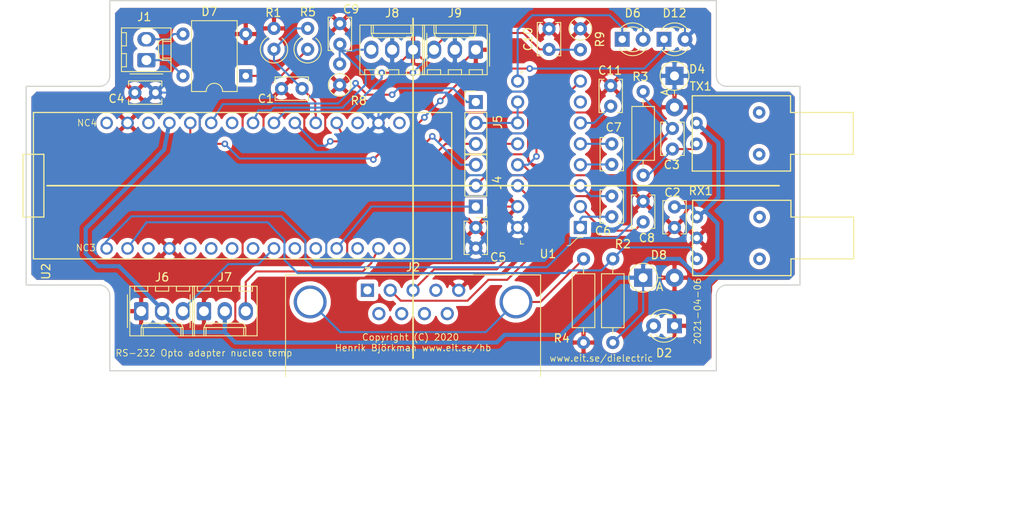
<source format=kicad_pcb>
(kicad_pcb (version 20171130) (host pcbnew 5.0.2-bee76a0~70~ubuntu18.04.1)
  (layers (0 F.Cu signal) (31 B.Cu signal) (34 B.Paste user) (35 F.Paste user) (36 B.SilkS user) (37 F.SilkS user) (38 B.Mask user) (39 F.Mask user) (44 Edge.Cuts user))
  (net 0 "")
  (net 1 "Net-(C3-Pad1)")
  (net 2 "Net-(TX1-Pad3)")
  (net 3 "Net-(TX1-Pad4)")
  (net 4 "Net-(RX1-Pad4)")
  (net 5 "Net-(RX1-Pad5)")
  (net 6 "Net-(C3-Pad2)")
  (net 7 GND)
  (net 8 +5V)
  (net 9 "Net-(U2-Pad3)")
  (net 10 "Net-(U2-Pad10)")
  (net 11 "Net-(U2-Pad11)")
  (net 12 "Net-(J4-Pad1)")
  (net 13 "Net-(U2-Pad16)")
  (net 14 "Net-(J4-Pad3)")
  (net 15 "Net-(J5-Pad1)")
  (net 16 "Net-(J5-Pad3)")
  (net 17 "Net-(U2-Pad28)")
  (net 18 "Net-(C6-Pad2)")
  (net 19 "Net-(C8-Pad2)")
  (net 20 "Net-(C6-Pad1)")
  (net 21 "Net-(C7-Pad2)")
  (net 22 "Net-(C7-Pad1)")
  (net 23 "Net-(J5-Pad2)")
  (net 24 "Net-(J4-Pad2)")
  (net 25 "Net-(J2-Pad2)")
  (net 26 "Net-(J2-Pad3)")
  (net 27 "Net-(J2-Pad0)")
  (net 28 "Net-(J2-Pad1)")
  (net 29 "Net-(J2-Pad4)")
  (net 30 "Net-(J2-Pad6)")
  (net 31 "Net-(J2-Pad7)")
  (net 32 "Net-(J2-Pad8)")
  (net 33 "Net-(J2-Pad9)")
  (net 34 "Net-(J6-Pad3)")
  (net 35 "Net-(U1-Pad7)")
  (net 36 "Net-(D12-Pad1)")
  (net 37 +3V3)
  (net 38 "Net-(U2-Pad8)")
  (net 39 "Net-(J7-Pad3)")
  (net 40 "Net-(U2-Pad18)")
  (net 41 "Net-(U2-Pad5)")
  (net 42 "Net-(U2-Pad6)")
  (net 43 "Net-(U2-Pad7)")
  (net 44 "Net-(U2-Pad13)")
  (net 45 "Net-(U2-Pad15)")
  (net 46 "Net-(U2-Pad24)")
  (net 47 "Net-(D6-Pad1)")
  (net 48 "Net-(R2-Pad1)")
  (net 49 "Net-(C10-Pad2)")
  (net 50 "Net-(C9-Pad2)")
  (net 51 "Net-(D7-Pad4)")
  (net 52 "Net-(D7-Pad3)")
  (net 53 "Net-(U2-Pad30)")
  (net 54 "Net-(C1-Pad2)")
  (net 55 "Net-(C11-Pad2)")
  (net 56 "Net-(D7-Pad1)")
  (module Resistor_THT:R_Axial_DIN0309_L9.0mm_D3.2mm_P2.54mm_Vertical (layer F.Cu) (at 101.4984 72.3392 90)
    (fp_text reference R5 (at 4.5212 0.0254 180) (layer F.SilkS))
    (fp_text value 47)
    (pad 2 thru_hole oval (at 2.54 0 90) (size 1.6 1.6) (drill 0.8) (layers *.Cu *.Mask) (net 54 "Net-(C1-Pad2)"))
    (pad 1 thru_hole circle (at 0 0 90) (size 1.6 1.6) (drill 0.8) (layers *.Cu *.Mask) (net 56 "Net-(D7-Pad1)"))
  )
  (module Resistor_THT:R_Axial_DIN0309_L9.0mm_D3.2mm_P2.54mm_Vertical (layer F.Cu) (at 97.409 72.3392 90)
    (fp_text reference R1 (at 4.445 -0.0762 180) (layer F.SilkS))
    (fp_text value 47)
    (pad 2 thru_hole oval (at 2.54 0 90) (size 1.6 1.6) (drill 0.8) (layers *.Cu *.Mask) (net 7 GND))
    (pad 1 thru_hole circle (at 0 0 90) (size 1.6 1.6) (drill 0.8) (layers *.Cu *.Mask) (net 54 "Net-(C1-Pad2)"))
  )
  (module Resistor_THT:R_Axial_DIN0207_L6.3mm_D2.5mm_P10.16mm_Horizontal (layer F.Cu) (at 135.001 97.79 270)
    (fp_text reference R4 (at 9.652 2.6416) (layer F.SilkS))
    (fp_text value 1k)
    (pad 1 thru_hole circle (at 0 0 270) (size 1.6 1.6) (drill 0.8) (layers *.Cu *.Mask) (net 27 "Net-(J2-Pad0)"))
    (pad 2 thru_hole oval (at 10.16 0 270) (size 1.6 1.6) (drill 0.8) (layers *.Cu *.Mask) (net 7 GND))
  )
  (module Connector_Dsub:DSUB-9_Male_Horizontal_P2.77x2.84mm_EdgePinOffset7.70mm_Housed_MountingHolesOffset9.12mm (layer F.Cu) (at 108.76 101.6)
    (fp_text reference J2 (at 5.54 -2.8) (layer F.SilkS))
    (fp_text value DB9_Male_MountingHoles-Connector)
    (pad 1 thru_hole rect (at 0 0) (size 1.6 1.6) (drill 1) (layers *.Cu *.Mask) (net 28 "Net-(J2-Pad1)"))
    (pad 2 thru_hole circle (at 2.77 0) (size 1.6 1.6) (drill 1) (layers *.Cu *.Mask) (net 25 "Net-(J2-Pad2)"))
    (pad 3 thru_hole circle (at 5.54 0) (size 1.6 1.6) (drill 1) (layers *.Cu *.Mask) (net 26 "Net-(J2-Pad3)"))
    (pad 4 thru_hole circle (at 8.31 0) (size 1.6 1.6) (drill 1) (layers *.Cu *.Mask) (net 29 "Net-(J2-Pad4)"))
    (pad 5 thru_hole circle (at 11.08 0) (size 1.6 1.6) (drill 1) (layers *.Cu *.Mask) (net 7 GND))
    (pad 6 thru_hole circle (at 1.385 2.84) (size 1.6 1.6) (drill 1) (layers *.Cu *.Mask) (net 30 "Net-(J2-Pad6)"))
    (pad 7 thru_hole circle (at 4.155 2.84) (size 1.6 1.6) (drill 1) (layers *.Cu *.Mask) (net 31 "Net-(J2-Pad7)"))
    (pad 8 thru_hole circle (at 6.925 2.84) (size 1.6 1.6) (drill 1) (layers *.Cu *.Mask) (net 32 "Net-(J2-Pad8)"))
    (pad 9 thru_hole circle (at 9.695 2.84) (size 1.6 1.6) (drill 1) (layers *.Cu *.Mask) (net 33 "Net-(J2-Pad9)"))
    (pad 0 thru_hole circle (at -6.96 1.42) (size 4 4) (drill 3.2) (layers *.Cu *.Mask) (net 27 "Net-(J2-Pad0)"))
    (pad 0 thru_hole circle (at 18.04 1.42) (size 4 4) (drill 3.2) (layers *.Cu *.Mask) (net 27 "Net-(J2-Pad0)"))
  )
  (module Capacitor_THT:C_Disc_D3.8mm_W2.6mm_P2.50mm (layer F.Cu) (at 138.303 76.748 270)
    (fp_text reference C11 (at -1.8434 0.0762) (layer F.SilkS))
    (fp_text value "0.1 uF")
    (pad 1 thru_hole circle (at 0 0 270) (size 1.6 1.6) (drill 0.8) (layers *.Cu *.Mask) (net 7 GND))
    (pad 2 thru_hole circle (at 2.5 0 270) (size 1.6 1.6) (drill 0.8) (layers *.Cu *.Mask) (net 55 "Net-(C11-Pad2)"))
  )
  (module Capacitor_THT:C_Disc_D3.8mm_W2.6mm_P2.50mm (layer F.Cu) (at 98.3234 77.1144)
    (fp_text reference C1 (at -1.905 1.2192 180) (layer F.SilkS))
    (fp_text value "10 nF")
    (pad 1 thru_hole circle (at 0 0) (size 1.6 1.6) (drill 0.8) (layers *.Cu *.Mask) (net 7 GND))
    (pad 2 thru_hole circle (at 2.5 0) (size 1.6 1.6) (drill 0.8) (layers *.Cu *.Mask) (net 54 "Net-(C1-Pad2)"))
  )
  (module Connector_Molex:Molex_KK-254_AE-6410-02A_1x02_P2.54mm_Vertical (layer F.Cu) (at 81.915 73.66 90)
    (fp_text reference J1 (at 5.2578 -0.254 180) (layer F.SilkS))
    (fp_text value Conn_01x02)
    (pad 1 thru_hole roundrect (at 0 0 90) (size 1.74 2.2) (drill 1.2) (layers *.Cu *.Mask) (roundrect_rratio 0.143678) (net 51 "Net-(D7-Pad4)"))
    (pad 2 thru_hole oval (at 2.54 0 90) (size 1.74 2.2) (drill 1.2) (layers *.Cu *.Mask) (net 52 "Net-(D7-Pad3)"))
  )
  (module Diode_THT:Diode_Bridge_DIP-4_W7.62mm_P5.08mm (layer F.Cu) (at 93.98 75.565 180)
    (fp_text reference D7 (at 4.4196 7.7978 180) (layer F.SilkS))
    (fp_text value D_Bridge_+-AA)
    (pad 4 thru_hole oval (at 7.62 0 180) (size 1.6 1.6) (drill 0.8) (layers *.Cu *.Mask) (net 51 "Net-(D7-Pad4)"))
    (pad 2 thru_hole oval (at 0 5.08 180) (size 1.6 1.6) (drill 0.8) (layers *.Cu *.Mask) (net 7 GND))
    (pad 3 thru_hole oval (at 7.62 5.08 180) (size 1.6 1.6) (drill 0.8) (layers *.Cu *.Mask) (net 52 "Net-(D7-Pad3)"))
    (pad 1 thru_hole rect (at 0 0 180) (size 1.6 1.6) (drill 0.8) (layers *.Cu *.Mask) (net 56 "Net-(D7-Pad1)"))
  )
  (module Connector_Molex:Molex_KK-254_AE-6410-03A_1x03_P2.54mm_Vertical (layer F.Cu) (at 114.3 72.39 180)
    (fp_text reference J8 (at 2.54 4.445 180) (layer F.SilkS))
    (fp_text value Conn_01x03 hide)
    (pad 1 thru_hole roundrect (at 0 0 180) (size 1.74 2.2) (drill 1.2) (layers *.Cu *.Mask) (roundrect_rratio 0.143678) (net 7 GND))
    (pad 2 thru_hole oval (at 2.54 0 180) (size 1.74 2.2) (drill 1.2) (layers *.Cu *.Mask) (net 37 +3V3))
    (pad 3 thru_hole oval (at 5.08 0 180) (size 1.74 2.2) (drill 1.2) (layers *.Cu *.Mask) (net 50 "Net-(C9-Pad2)"))
  )
  (module Resistor_THT:R_Axial_DIN0207_L6.3mm_D2.5mm_P2.54mm_Vertical (layer F.Cu) (at 105.3846 76.6572 90)
    (fp_text reference R8 (at -1.9304 2.3114 180) (layer F.SilkS))
    (fp_text value 1k)
    (pad 2 thru_hole oval (at 2.54 0 90) (size 1.6 1.6) (drill 0.8) (layers *.Cu *.Mask) (net 50 "Net-(C9-Pad2)"))
    (pad 1 thru_hole circle (at 0 0 90) (size 1.6 1.6) (drill 0.8) (layers *.Cu *.Mask) (net 7 GND))
  )
  (module Resistor_THT:R_Axial_DIN0207_L6.3mm_D2.5mm_P2.54mm_Vertical (layer F.Cu) (at 134.62 69.85 270)
    (fp_text reference R9 (at 1.27 -2.37 270) (layer F.SilkS))
    (fp_text value 1k)
    (pad 1 thru_hole circle (at 0 0 270) (size 1.6 1.6) (drill 0.8) (layers *.Cu *.Mask) (net 7 GND))
    (pad 2 thru_hole oval (at 2.54 0 270) (size 1.6 1.6) (drill 0.8) (layers *.Cu *.Mask) (net 49 "Net-(C10-Pad2)"))
  )
  (module Capacitor_THT:C_Disc_D3.8mm_W2.6mm_P2.50mm (layer F.Cu) (at 130.81 69.85 270)
    (fp_text reference C10 (at 1.25 2.54 270) (layer F.SilkS))
    (fp_text value "0.1 uF")
    (pad 2 thru_hole circle (at 2.5 0 270) (size 1.6 1.6) (drill 0.8) (layers *.Cu *.Mask) (net 49 "Net-(C10-Pad2)"))
    (pad 1 thru_hole circle (at 0 0 270) (size 1.6 1.6) (drill 0.8) (layers *.Cu *.Mask) (net 7 GND))
  )
  (module Capacitor_THT:C_Disc_D3.8mm_W2.6mm_P2.50mm (layer F.Cu) (at 105.41 69.215 270)
    (fp_text reference C9 (at -1.7526 -1.3716) (layer F.SilkS))
    (fp_text value "0.1 uF")
    (pad 1 thru_hole circle (at 0 0 270) (size 1.6 1.6) (drill 0.8) (layers *.Cu *.Mask) (net 7 GND))
    (pad 2 thru_hole circle (at 2.5 0 270) (size 1.6 1.6) (drill 0.8) (layers *.Cu *.Mask) (net 50 "Net-(C9-Pad2)"))
  )
  (module eit_footprints:nucleo_nano (layer F.Cu) (at 64.385 88.9 90)
    (fp_text reference U2 (at -10.414 5.334 90) (layer F.SilkS))
    (fp_text value nucleo_nano)
    (pad 1 thru_hole circle (at -7.62 12.7 90) (size 1.524 1.524) (drill 1) (layers *.Cu *.Mask) (net 6 "Net-(C3-Pad2)"))
    (pad 2 thru_hole circle (at -7.62 15.24 90) (size 1.524 1.524) (drill 1) (layers *.Cu *.Mask) (net 48 "Net-(R2-Pad1)"))
    (pad 3 thru_hole circle (at -7.62 17.78 90) (size 1.524 1.524) (drill 1) (layers *.Cu *.Mask) (net 9 "Net-(U2-Pad3)"))
    (pad 4 thru_hole circle (at -7.62 20.32 90) (size 1.524 1.524) (drill 1) (layers *.Cu *.Mask) (net 7 GND))
    (pad 5 thru_hole circle (at -7.62 22.86 90) (size 1.524 1.524) (drill 1) (layers *.Cu *.Mask) (net 41 "Net-(U2-Pad5)"))
    (pad 6 thru_hole circle (at -7.62 25.4 90) (size 1.524 1.524) (drill 1) (layers *.Cu *.Mask) (net 42 "Net-(U2-Pad6)"))
    (pad 7 thru_hole circle (at -7.62 27.94 90) (size 1.524 1.524) (drill 1) (layers *.Cu *.Mask) (net 43 "Net-(U2-Pad7)"))
    (pad 8 thru_hole circle (at -7.62 30.48 90) (size 1.524 1.524) (drill 1) (layers *.Cu *.Mask) (net 38 "Net-(U2-Pad8)"))
    (pad 9 thru_hole circle (at -7.62 33.02 90) (size 1.524 1.524) (drill 1) (layers *.Cu *.Mask) (net 34 "Net-(J6-Pad3)"))
    (pad 10 thru_hole circle (at -7.62 35.56 90) (size 1.524 1.524) (drill 1) (layers *.Cu *.Mask) (net 10 "Net-(U2-Pad10)"))
    (pad 11 thru_hole circle (at -7.62 38.1 90) (size 1.524 1.524) (drill 1) (layers *.Cu *.Mask) (net 11 "Net-(U2-Pad11)"))
    (pad 12 thru_hole circle (at -7.62 40.64 90) (size 1.524 1.524) (drill 1) (layers *.Cu *.Mask) (net 12 "Net-(J4-Pad1)"))
    (pad 13 thru_hole circle (at -7.62 43.18 90) (size 1.524 1.524) (drill 1) (layers *.Cu *.Mask) (net 44 "Net-(U2-Pad13)"))
    (pad 14 thru_hole circle (at -7.62 45.72 90) (size 1.524 1.524) (drill 1) (layers *.Cu *.Mask) (net 39 "Net-(J7-Pad3)"))
    (pad 15 thru_hole circle (at -7.62 48.26 90) (size 1.524 1.524) (drill 1) (layers *.Cu *.Mask) (net 45 "Net-(U2-Pad15)"))
    (pad 16 thru_hole circle (at 7.62 48.26 90) (size 1.524 1.524) (drill 1) (layers *.Cu *.Mask) (net 13 "Net-(U2-Pad16)"))
    (pad 17 thru_hole circle (at 7.62 45.72 90) (size 1.524 1.524) (drill 1) (layers *.Cu *.Mask) (net 37 +3V3))
    (pad 18 thru_hole circle (at 7.62 43.18 90) (size 1.524 1.524) (drill 1) (layers *.Cu *.Mask) (net 40 "Net-(U2-Pad18)"))
    (pad 19 thru_hole circle (at 7.62 40.64 90) (size 1.524 1.524) (drill 1) (layers *.Cu *.Mask) (net 36 "Net-(D12-Pad1)"))
    (pad 20 thru_hole circle (at 7.62 38.1 90) (size 1.524 1.524) (drill 1) (layers *.Cu *.Mask) (net 54 "Net-(C1-Pad2)"))
    (pad 21 thru_hole circle (at 7.62 35.56 90) (size 1.524 1.524) (drill 1) (layers *.Cu *.Mask) (net 14 "Net-(J4-Pad3)"))
    (pad 22 thru_hole circle (at 7.62 33.02 90) (size 1.524 1.524) (drill 1) (layers *.Cu *.Mask) (net 49 "Net-(C10-Pad2)"))
    (pad 23 thru_hole circle (at 7.62 30.48 90) (size 1.524 1.524) (drill 1) (layers *.Cu *.Mask) (net 50 "Net-(C9-Pad2)"))
    (pad 24 thru_hole circle (at 7.62 27.94 90) (size 1.524 1.524) (drill 1) (layers *.Cu *.Mask) (net 46 "Net-(U2-Pad24)"))
    (pad 25 thru_hole circle (at 7.62 25.4 90) (size 1.524 1.524) (drill 1) (layers *.Cu *.Mask) (net 15 "Net-(J5-Pad1)"))
    (pad 26 thru_hole circle (at 7.62 22.86 90) (size 1.524 1.524) (drill 1) (layers *.Cu *.Mask) (net 16 "Net-(J5-Pad3)"))
    (pad 27 thru_hole circle (at 7.62 20.32 90) (size 1.524 1.524) (drill 1) (layers *.Cu *.Mask) (net 8 +5V))
    (pad 28 thru_hole circle (at 7.62 17.78 90) (size 1.524 1.524) (drill 1) (layers *.Cu *.Mask) (net 17 "Net-(U2-Pad28)"))
    (pad 29 thru_hole circle (at 7.62 15.24 90) (size 1.524 1.524) (drill 1) (layers *.Cu *.Mask) (net 7 GND))
    (pad 30 thru_hole circle (at 7.62 12.7 90) (size 1.524 1.524) (drill 1) (layers *.Cu *.Mask) (net 53 "Net-(U2-Pad30)"))
  )
  (module eit_footprints:opto_transmitter_broadwell (layer F.Cu) (at 152.52 73.66)
    (fp_text reference TX1 (at -3.295 3.175) (layer F.SilkS))
    (fp_text value opto_transmitter_broadcom)
    (pad 1 thru_hole circle (at -3.81 7.62) (size 1.524 1.524) (drill 0.762) (layers *.Cu *.Mask) (net 8 +5V))
    (pad 2 thru_hole circle (at -3.81 10.16) (size 1.524 1.524) (drill 0.762) (layers *.Cu *.Mask) (net 1 "Net-(C3-Pad1)"))
    (pad 3 thru_hole circle (at 3.81 6.35) (size 1.524 1.524) (drill 0.762) (layers *.Cu *.Mask) (net 2 "Net-(TX1-Pad3)"))
    (pad 4 thru_hole circle (at 3.81 11.43) (size 1.524 1.524) (drill 0.762) (layers *.Cu *.Mask) (net 3 "Net-(TX1-Pad4)"))
  )
  (module Connector_Molex:Molex_KK-254_AE-6410-03A_1x03_P2.54mm_Vertical (layer F.Cu) (at 121.92 72.39 180)
    (fp_text reference J9 (at 2.54 4.445 180) (layer F.SilkS))
    (fp_text value Conn_01x03 hide)
    (pad 3 thru_hole oval (at 5.08 0 180) (size 1.74 2.2) (drill 1.2) (layers *.Cu *.Mask) (net 49 "Net-(C10-Pad2)"))
    (pad 2 thru_hole oval (at 2.54 0 180) (size 1.74 2.2) (drill 1.2) (layers *.Cu *.Mask) (net 37 +3V3))
    (pad 1 thru_hole roundrect (at 0 0 180) (size 1.74 2.2) (drill 1.2) (layers *.Cu *.Mask) (roundrect_rratio 0.143678) (net 7 GND))
  )
  (module Connector_Molex:Molex_KK-254_AE-6410-03A_1x03_P2.54mm_Vertical (layer F.Cu) (at 88.9 104.14)
    (fp_text reference J7 (at 2.54 -4.12) (layer F.SilkS))
    (fp_text value Conn_01x03 hide)
    (pad 3 thru_hole oval (at 5.08 0) (size 1.74 2.2) (drill 1.2) (layers *.Cu *.Mask) (net 39 "Net-(J7-Pad3)"))
    (pad 2 thru_hole oval (at 2.54 0) (size 1.74 2.2) (drill 1.2) (layers *.Cu *.Mask) (net 8 +5V))
    (pad 1 thru_hole roundrect (at 0 0) (size 1.74 2.2) (drill 1.2) (layers *.Cu *.Mask) (roundrect_rratio 0.143678) (net 7 GND))
  )
  (module Connector_Molex:Molex_KK-254_AE-6410-03A_1x03_P2.54mm_Vertical (layer F.Cu) (at 81.28 104.14)
    (fp_text reference J6 (at 2.54 -4.12) (layer F.SilkS))
    (fp_text value Conn_01x03 hide)
    (pad 1 thru_hole roundrect (at 0 0) (size 1.74 2.2) (drill 1.2) (layers *.Cu *.Mask) (roundrect_rratio 0.143678) (net 7 GND))
    (pad 2 thru_hole oval (at 2.54 0) (size 1.74 2.2) (drill 1.2) (layers *.Cu *.Mask) (net 8 +5V))
    (pad 3 thru_hole oval (at 5.08 0) (size 1.74 2.2) (drill 1.2) (layers *.Cu *.Mask) (net 34 "Net-(J6-Pad3)"))
  )
  (module Capacitor_THT:C_Disc_D3.8mm_W2.6mm_P2.50mm (layer F.Cu) (at 121.92 93.98 270)
    (fp_text reference C5 (at 3.6068 -2.7178) (layer F.SilkS))
    (fp_text value "0.1 uF")
    (pad 1 thru_hole circle (at 0 0 270) (size 1.6 1.6) (drill 0.8) (layers *.Cu *.Mask) (net 7 GND))
    (pad 2 thru_hole circle (at 2.5 0 270) (size 1.6 1.6) (drill 0.8) (layers *.Cu *.Mask) (net 37 +3V3))
  )
  (module Diode_THT:D_DO-41_SOD81_P3.81mm_Vertical_AnodeUp (layer F.Cu) (at 142.24 100.076)
    (fp_text reference D8 (at 1.905 -2.750635) (layer F.SilkS))
    (fp_text value D_Zener)
    (fp_text user A (at 2.01 1.1) (layer F.SilkS))
    (pad 1 thru_hole rect (at 0 0) (size 2.2 2.2) (drill 1.1) (layers *.Cu *.Mask) (net 8 +5V))
    (pad 2 thru_hole oval (at 3.81 0) (size 2.2 2.2) (drill 1.1) (layers *.Cu *.Mask) (net 7 GND))
  )
  (module Diode_THT:D_DO-41_SOD81_P3.81mm_Vertical_AnodeUp (layer F.Cu) (at 146.05 75.565 270)
    (fp_text reference D4 (at -0.8128 -2.7432) (layer F.SilkS))
    (fp_text value D_Zener)
    (fp_text user A (at 2.01 1.1 270) (layer F.SilkS))
    (pad 1 thru_hole rect (at 0 0 270) (size 2.2 2.2) (drill 1.1) (layers *.Cu *.Mask) (net 37 +3V3))
    (pad 2 thru_hole oval (at 3.81 0 270) (size 2.2 2.2) (drill 1.1) (layers *.Cu *.Mask) (net 7 GND))
  )
  (module LED_THT:LED_D3.0mm (layer F.Cu) (at 146.05 105.918 180)
    (fp_text reference D2 (at 1.27 -3.302 180) (layer F.SilkS))
    (fp_text value LED)
    (pad 1 thru_hole rect (at 0 0 180) (size 1.8 1.8) (drill 0.9) (layers *.Cu *.Mask) (net 7 GND))
    (pad 2 thru_hole circle (at 2.54 0 180) (size 1.8 1.8) (drill 0.9) (layers *.Cu *.Mask) (net 37 +3V3))
  )
  (module LED_THT:LED_D3.0mm (layer F.Cu) (at 144.78 71.12)
    (fp_text reference D12 (at 1.27 -3.175) (layer F.SilkS))
    (fp_text value LED)
    (pad 2 thru_hole circle (at 2.54 0) (size 1.8 1.8) (drill 0.9) (layers *.Cu *.Mask) (net 37 +3V3))
    (pad 1 thru_hole rect (at 0 0) (size 1.8 1.8) (drill 0.9) (layers *.Cu *.Mask) (net 36 "Net-(D12-Pad1)"))
  )
  (module LED_THT:LED_D3.0mm (layer F.Cu) (at 139.7 71.12)
    (fp_text reference D6 (at 1.27 -3.175) (layer F.SilkS))
    (fp_text value LED)
    (pad 2 thru_hole circle (at 2.54 0) (size 1.8 1.8) (drill 0.9) (layers *.Cu *.Mask) (net 37 +3V3))
    (pad 1 thru_hole rect (at 0 0) (size 1.8 1.8) (drill 0.9) (layers *.Cu *.Mask) (net 47 "Net-(D6-Pad1)"))
  )
  (module Capacitor_THT:C_Disc_D3.8mm_W2.6mm_P2.50mm (layer F.Cu) (at 138.43 83.82 270)
    (fp_text reference C7 (at -2.0066 -0.2286) (layer F.SilkS))
    (fp_text value "0.1 uF")
    (pad 1 thru_hole circle (at 0 0 270) (size 1.6 1.6) (drill 0.8) (layers *.Cu *.Mask) (net 22 "Net-(C7-Pad1)"))
    (pad 2 thru_hole circle (at 2.5 0 270) (size 1.6 1.6) (drill 0.8) (layers *.Cu *.Mask) (net 21 "Net-(C7-Pad2)"))
  )
  (module Capacitor_THT:C_Disc_D3.8mm_W2.6mm_P2.50mm (layer F.Cu) (at 142.24 90.805 270)
    (fp_text reference C8 (at 4.445 -0.4572) (layer F.SilkS))
    (fp_text value "0.1 uF")
    (pad 2 thru_hole circle (at 2.5 0 270) (size 1.6 1.6) (drill 0.8) (layers *.Cu *.Mask) (net 19 "Net-(C8-Pad2)"))
    (pad 1 thru_hole circle (at 0 0 270) (size 1.6 1.6) (drill 0.8) (layers *.Cu *.Mask) (net 7 GND))
  )
  (module Capacitor_THT:C_Disc_D3.8mm_W2.6mm_P2.50mm (layer F.Cu) (at 138.43 90.17 270)
    (fp_text reference C6 (at 4.2164 1.0668) (layer F.SilkS))
    (fp_text value "0.1 uF")
    (pad 1 thru_hole circle (at 0 0 270) (size 1.6 1.6) (drill 0.8) (layers *.Cu *.Mask) (net 20 "Net-(C6-Pad1)"))
    (pad 2 thru_hole circle (at 2.5 0 270) (size 1.6 1.6) (drill 0.8) (layers *.Cu *.Mask) (net 18 "Net-(C6-Pad2)"))
  )
  (module Capacitor_THT:C_Disc_D3.8mm_W2.6mm_P2.50mm (layer F.Cu) (at 80.518 77.597)
    (fp_text reference C4 (at -2.2352 0.7366) (layer F.SilkS))
    (fp_text value "0.1 uF")
    (pad 2 thru_hole circle (at 2.5 0) (size 1.6 1.6) (drill 0.8) (layers *.Cu *.Mask) (net 37 +3V3))
    (pad 1 thru_hole circle (at 0 0) (size 1.6 1.6) (drill 0.8) (layers *.Cu *.Mask) (net 7 GND))
  )
  (module Capacitor_THT:C_Disc_D3.8mm_W2.6mm_P2.50mm (layer F.Cu) (at 146.05 93.98 90)
    (fp_text reference C2 (at 4.2418 -0.254 180) (layer F.SilkS))
    (fp_text value 0.1u)
    (pad 1 thru_hole circle (at 0 0 90) (size 1.6 1.6) (drill 0.8) (layers *.Cu *.Mask) (net 7 GND))
    (pad 2 thru_hole circle (at 2.5 0 90) (size 1.6 1.6) (drill 0.8) (layers *.Cu *.Mask) (net 8 +5V))
  )
  (module Connector_PinHeader_2.54mm:PinHeader_1x03_P2.54mm_Vertical (layer F.Cu) (at 121.92 91.44 180)
    (fp_text reference J4 (at -2.5908 2.8956 -90) (layer F.SilkS))
    (fp_text value Conn_01x03 hide)
    (pad 3 thru_hole oval (at 0 5.08 180) (size 1.7 1.7) (drill 1) (layers *.Cu *.Mask) (net 14 "Net-(J4-Pad3)"))
    (pad 2 thru_hole oval (at 0 2.54 180) (size 1.7 1.7) (drill 1) (layers *.Cu *.Mask) (net 24 "Net-(J4-Pad2)"))
    (pad 1 thru_hole rect (at 0 0 180) (size 1.7 1.7) (drill 1) (layers *.Cu *.Mask) (net 12 "Net-(J4-Pad1)"))
  )
  (module Connector_PinHeader_2.54mm:PinHeader_1x03_P2.54mm_Vertical (layer F.Cu) (at 121.92 78.74)
    (fp_text reference J5 (at 2.667 2.4384 -270) (layer F.SilkS))
    (fp_text value Conn_01x03 hide)
    (pad 1 thru_hole rect (at 0 0) (size 1.7 1.7) (drill 1) (layers *.Cu *.Mask) (net 15 "Net-(J5-Pad1)"))
    (pad 2 thru_hole oval (at 0 2.54) (size 1.7 1.7) (drill 1) (layers *.Cu *.Mask) (net 23 "Net-(J5-Pad2)"))
    (pad 3 thru_hole oval (at 0 5.08) (size 1.7 1.7) (drill 1) (layers *.Cu *.Mask) (net 16 "Net-(J5-Pad3)"))
  )
  (module Resistor_THT:R_Axial_DIN0207_L6.3mm_D2.5mm_P10.16mm_Horizontal (layer F.Cu) (at 138.557 97.79 270)
    (fp_text reference R2 (at -1.8034 -1.2192) (layer F.SilkS))
    (fp_text value 1k)
    (pad 2 thru_hole oval (at 10.16 0 270) (size 1.6 1.6) (drill 0.8) (layers *.Cu *.Mask) (net 8 +5V))
    (pad 1 thru_hole circle (at 0 0 270) (size 1.6 1.6) (drill 0.8) (layers *.Cu *.Mask) (net 48 "Net-(R2-Pad1)"))
  )
  (module digikey-footprints:DIP-16_W7.62mm (layer F.Cu) (at 134.62 93.98 180)
    (fp_text reference U1 (at 3.94 -3.2 180) (layer F.SilkS))
    (fp_text value MAX232N-dk_Interface-Drivers-Receivers-Transceivers hide)
    (pad 1 thru_hole rect (at 0 0 180) (size 1.6 1.6) (drill 1) (layers *.Cu *.Mask) (net 18 "Net-(C6-Pad2)"))
    (pad 2 thru_hole circle (at 0 2.54 180) (size 1.6 1.6) (drill 1) (layers *.Cu *.Mask) (net 19 "Net-(C8-Pad2)"))
    (pad 3 thru_hole circle (at 0 5.08 180) (size 1.6 1.6) (drill 1) (layers *.Cu *.Mask) (net 20 "Net-(C6-Pad1)"))
    (pad 4 thru_hole circle (at 0 7.62 180) (size 1.6 1.6) (drill 1) (layers *.Cu *.Mask) (net 21 "Net-(C7-Pad2)"))
    (pad 5 thru_hole circle (at 0 10.16 180) (size 1.6 1.6) (drill 1) (layers *.Cu *.Mask) (net 22 "Net-(C7-Pad1)"))
    (pad 6 thru_hole circle (at 0 12.7 180) (size 1.6 1.6) (drill 1) (layers *.Cu *.Mask) (net 55 "Net-(C11-Pad2)"))
    (pad 7 thru_hole circle (at 0 15.24 180) (size 1.6 1.6) (drill 1) (layers *.Cu *.Mask) (net 35 "Net-(U1-Pad7)"))
    (pad 10 thru_hole circle (at 7.62 15.24 180) (size 1.6 1.6) (drill 1) (layers *.Cu *.Mask) (net 23 "Net-(J5-Pad2)"))
    (pad 11 thru_hole circle (at 7.62 12.7 180) (size 1.6 1.6) (drill 1) (layers *.Cu *.Mask) (net 23 "Net-(J5-Pad2)"))
    (pad 12 thru_hole circle (at 7.62 10.16 180) (size 1.6 1.6) (drill 1) (layers *.Cu *.Mask) (net 24 "Net-(J4-Pad2)"))
    (pad 13 thru_hole circle (at 7.62 7.62 180) (size 1.6 1.6) (drill 1) (layers *.Cu *.Mask) (net 25 "Net-(J2-Pad2)"))
    (pad 14 thru_hole circle (at 7.62 5.08 180) (size 1.6 1.6) (drill 1) (layers *.Cu *.Mask) (net 26 "Net-(J2-Pad3)"))
    (pad 15 thru_hole circle (at 7.62 2.54 180) (size 1.6 1.6) (drill 1) (layers *.Cu *.Mask) (net 7 GND))
    (pad 16 thru_hole circle (at 7.62 0 180) (size 1.6 1.6) (drill 1) (layers *.Cu *.Mask) (net 37 +3V3))
    (pad 8 thru_hole circle (at 0 17.78 180) (size 1.6 1.6) (drill 1) (layers *.Cu *.Mask) (net 25 "Net-(J2-Pad2)"))
    (pad 9 thru_hole circle (at 7.62 17.78 180) (size 1.6 1.6) (drill 1) (layers *.Cu *.Mask) (net 47 "Net-(D6-Pad1)"))
  )
  (module Capacitor_THT:C_Disc_D3.8mm_W2.6mm_P2.50mm (layer F.Cu) (at 145.8 84.455 90)
    (fp_text reference C3 (at -1.905 -0.0802 180) (layer F.SilkS))
    (fp_text value 10n)
    (pad 2 thru_hole circle (at 2.5 0 90) (size 1.6 1.6) (drill 0.8) (layers *.Cu *.Mask) (net 6 "Net-(C3-Pad2)"))
    (pad 1 thru_hole circle (at 0 0 90) (size 1.6 1.6) (drill 0.8) (layers *.Cu *.Mask) (net 1 "Net-(C3-Pad1)"))
  )
  (module Resistor_THT:R_Axial_DIN0207_L6.3mm_D2.5mm_P10.16mm_Horizontal (layer F.Cu) (at 142.24 87.63 90)
    (fp_text reference R3 (at 11.9634 -0.3302 180) (layer F.SilkS))
    (fp_text value 100)
    (pad 1 thru_hole circle (at 0 0 90) (size 1.6 1.6) (drill 0.8) (layers *.Cu *.Mask) (net 1 "Net-(C3-Pad1)"))
    (pad 2 thru_hole oval (at 10.16 0 90) (size 1.6 1.6) (drill 0.8) (layers *.Cu *.Mask) (net 6 "Net-(C3-Pad2)"))
  )
  (module eit_footprints:opto_receiver_broadwell (layer F.Cu) (at 152.57 86.36)
    (fp_text reference RX1 (at -3.345 3.175) (layer F.SilkS))
    (fp_text value opto_receiver_broadcom)
    (pad 1 thru_hole circle (at -3.81 6.35) (size 1.524 1.524) (drill 0.762) (layers *.Cu *.Mask) (net 8 +5V))
    (pad 2 thru_hole circle (at -3.81 8.89) (size 1.524 1.524) (drill 0.762) (layers *.Cu *.Mask) (net 7 GND))
    (pad 3 thru_hole circle (at -3.81 11.43) (size 1.524 1.524) (drill 0.762) (layers *.Cu *.Mask) (net 48 "Net-(R2-Pad1)"))
    (pad 4 thru_hole circle (at 3.81 6.35) (size 1.524 1.524) (drill 0.762) (layers *.Cu *.Mask) (net 4 "Net-(RX1-Pad4)"))
    (pad 5 thru_hole circle (at 3.81 11.43) (size 1.524 1.524) (drill 0.762) (layers *.Cu *.Mask) (net 5 "Net-(RX1-Pad5)"))
  )
  (gr_text 2021-04-06 (at 148.844 104.14 90) (layer F.SilkS) (effects (font (size 0.8 0.8) (thickness 0.1))))
  (gr_text NC3 (at 74.549 96.4438) (layer F.SilkS) (effects (font (size 0.8 0.8) (thickness 0.1))))
  (gr_text NC4 (at 74.7014 81.28) (layer F.SilkS) (effects (font (size 0.8 0.8) (thickness 0.1))))
  (gr_text www.eit.se/dielectric (at 137.16 109.855) (layer F.SilkS) (effects (font (size 0.8 0.8) (thickness 0.1))))
  (gr_text "RS-232 Opto adapter nucleo temp" (at 88.9 109.22) (layer F.SilkS) (effects (font (size 0.8 0.8) (thickness 0.1))))
  (gr_line (start 158.75 88.9) (end 69.85 88.9) (layer F.SilkS) (width 0.2))
  (gr_line (start 114.3 109.855) (end 114.3 68.58) (layer F.SilkS) (width 0.2))
  (gr_text "Copyright (C) 2020 \nHenrik Björkman www.eit.se/hb" (at 114.3 107.95) (layer F.SilkS) (effects (font (size 0.8 0.8) (thickness 0.1))))
  (gr_arc (start 152.4 102.235) (end 152.4 100.965) (angle -90) (layer Edge.Cuts) (width 0.15))
  (gr_arc (start 152.4 75.565) (end 151.13 75.565) (angle -90) (layer Edge.Cuts) (width 0.15))
  (gr_arc (start 76.2 75.565) (end 76.2 76.835) (angle -90) (layer Edge.Cuts) (width 0.15))
  (gr_arc (start 76.2 102.235) (end 77.47 102.235) (angle -90) (layer Edge.Cuts) (width 0.15))
  (gr_line (start 151.13 102.235) (end 151.13 111.375) (layer Edge.Cuts) (width 0.15))
  (gr_line (start 161.29 100.965) (end 152.4 100.965) (layer Edge.Cuts) (width 0.15))
  (gr_line (start 77.47 102.235) (end 77.47 111.375) (layer Edge.Cuts) (width 0.15))
  (gr_line (start 67.31 100.965) (end 76.2 100.965) (layer Edge.Cuts) (width 0.15))
  (gr_line (start 76.2 76.835) (end 67.31 76.835) (layer Edge.Cuts) (width 0.15))
  (gr_line (start 77.47 66.425) (end 77.47 75.565) (layer Edge.Cuts) (width 0.15))
  (gr_line (start 151.13 75.565) (end 151.13 66.425) (layer Edge.Cuts) (width 0.15))
  (gr_line (start 161.29 76.835) (end 152.4 76.835) (layer Edge.Cuts) (width 0.15))
  (gr_line (start 151.13 66.425) (end 77.47 66.425) (layer Edge.Cuts) (width 0.15))
  (gr_line (start 161.29 100.965) (end 161.29 76.835) (layer Edge.Cuts) (width 0.15))
  (gr_line (start 77.47 111.375) (end 151.13 111.375) (layer Edge.Cuts) (width 0.15))
  (gr_line (start 67.31 76.835) (end 67.31 100.965) (layer Edge.Cuts) (width 0.15))
  (segment (start 142.875 87.63) (end 142.24 87.63) (width 0.25) (layer B.Cu) (net 1))
  (segment (start 145.8 84.455) (end 142.875 87.63) (width 0.25) (layer B.Cu) (net 1))
  (segment (start 148.53237 84.455) (end 145.8 84.455) (width 0.25) (layer F.Cu) (net 1))
  (segment (start 148.71 83.82) (end 148.53237 84.455) (width 0.25) (layer F.Cu) (net 1))
  (segment (start 129.286 98.806) (end 128.27 98.806) (width 0.25) (layer B.Cu) (net 6))
  (segment (start 145.8 81.955) (end 142.24 78.145) (width 0.25) (layer B.Cu) (net 6))
  (segment (start 142.24 78.145) (end 142.24 77.47) (width 0.25) (layer B.Cu) (net 6))
  (segment (start 140.843 87.162) (end 145.8 81.955) (width 0.25) (layer B.Cu) (net 6))
  (segment (start 130.55741 98.806) (end 133.35 96.01341) (width 0.25) (layer B.Cu) (net 6))
  (segment (start 133.35 96.01341) (end 133.35 95.25) (width 0.25) (layer B.Cu) (net 6))
  (segment (start 133.35 95.25) (end 139.065 95.25) (width 0.25) (layer B.Cu) (net 6))
  (segment (start 139.065 95.25) (end 140.843 93.472) (width 0.25) (layer B.Cu) (net 6))
  (segment (start 140.843 93.472) (end 140.843 87.162) (width 0.25) (layer B.Cu) (net 6))
  (segment (start 128.27 98.806) (end 130.55741 98.806) (width 0.25) (layer B.Cu) (net 6))
  (segment (start 102.108 98.806) (end 101.219 97.917) (width 0.25) (layer B.Cu) (net 6))
  (segment (start 128.27 98.806) (end 102.108 98.806) (width 0.25) (layer B.Cu) (net 6))
  (segment (start 101.219 97.917) (end 101.219 95.540999) (width 0.25) (layer B.Cu) (net 6))
  (segment (start 98.298 92.619999) (end 80.100001 92.619999) (width 0.25) (layer B.Cu) (net 6))
  (segment (start 76.961999 95.758001) (end 77.085 96.52) (width 0.25) (layer B.Cu) (net 6))
  (segment (start 101.219 95.540999) (end 98.298 92.619999) (width 0.25) (layer B.Cu) (net 6))
  (segment (start 80.100001 92.619999) (end 76.961999 95.758001) (width 0.25) (layer B.Cu) (net 6))
  (segment (start 124.46 91.44) (end 121.92 93.98) (width 0.25) (layer F.Cu) (net 7))
  (segment (start 127 91.44) (end 124.46 91.44) (width 0.25) (layer F.Cu) (net 7))
  (segment (start 128.778 86.36) (end 131.826 89.408) (width 0.25) (layer F.Cu) (net 7))
  (segment (start 137.668 81.788) (end 135.89 80.01) (width 0.25) (layer F.Cu) (net 7))
  (segment (start 133.385998 80.01) (end 131.318 82.077998) (width 0.25) (layer F.Cu) (net 7))
  (segment (start 135.89 80.01) (end 133.385998 80.01) (width 0.25) (layer F.Cu) (net 7))
  (segment (start 144.272 86.868) (end 139.192 81.788) (width 0.25) (layer F.Cu) (net 7))
  (segment (start 143.764 88.392) (end 144.272 87.884) (width 0.25) (layer F.Cu) (net 7))
  (segment (start 144.272 87.884) (end 144.272 86.868) (width 0.25) (layer F.Cu) (net 7))
  (segment (start 139.192 81.788) (end 137.668 81.788) (width 0.25) (layer F.Cu) (net 7))
  (segment (start 128.27 85.852) (end 128.778 86.36) (width 0.25) (layer F.Cu) (net 7))
  (segment (start 128.27 85.09) (end 128.27 85.852) (width 0.25) (layer F.Cu) (net 7))
  (segment (start 128.27 85.09) (end 126.238 85.09) (width 0.25) (layer F.Cu) (net 7))
  (segment (start 125.476 89.916) (end 127 91.44) (width 0.25) (layer F.Cu) (net 7))
  (segment (start 126.238 85.09) (end 125.476 85.852) (width 0.25) (layer F.Cu) (net 7))
  (segment (start 143.764 89.916) (end 143.764 88.392) (width 0.25) (layer F.Cu) (net 7))
  (segment (start 143.764 91.694) (end 143.764 89.916) (width 0.25) (layer F.Cu) (net 7))
  (segment (start 92.71 101.6) (end 92.71 106.172) (width 0.25) (layer F.Cu) (net 7))
  (segment (start 92.27101 101.16101) (end 92.71 101.6) (width 0.25) (layer F.Cu) (net 7))
  (segment (start 90.67899 101.16101) (end 92.27101 101.16101) (width 0.25) (layer F.Cu) (net 7))
  (segment (start 88.9 104.14) (end 88.9 102.94) (width 0.25) (layer F.Cu) (net 7))
  (segment (start 88.9 102.94) (end 90.67899 101.16101) (width 0.25) (layer F.Cu) (net 7))
  (segment (start 131.826 90.17) (end 136.398 90.17) (width 0.25) (layer F.Cu) (net 7))
  (segment (start 131.826 89.408) (end 131.826 90.17) (width 0.25) (layer F.Cu) (net 7))
  (segment (start 124.079 80.01) (end 119.253 80.01) (width 0.25) (layer F.Cu) (net 7))
  (segment (start 128.016 80.01) (end 128.27 80.264) (width 0.25) (layer F.Cu) (net 7))
  (segment (start 128.016 80.01) (end 124.079 80.01) (width 0.25) (layer F.Cu) (net 7))
  (segment (start 128.27 82.55) (end 124.333 82.55) (width 0.25) (layer F.Cu) (net 7))
  (segment (start 128.27 82.55) (end 128.27 85.09) (width 0.25) (layer F.Cu) (net 7))
  (segment (start 128.27 80.264) (end 128.27 82.55) (width 0.25) (layer F.Cu) (net 7))
  (segment (start 95.377 82.804) (end 100.33 82.804) (width 0.25) (layer F.Cu) (net 7))
  (segment (start 93.472 82.804) (end 95.377 82.804) (width 0.25) (layer F.Cu) (net 7))
  (segment (start 123.317 82.677) (end 123.19 82.55) (width 0.25) (layer F.Cu) (net 7))
  (segment (start 123.19 82.55) (end 119.634 82.55) (width 0.25) (layer F.Cu) (net 7))
  (segment (start 125.73 90.17) (end 119.888 90.17) (width 0.25) (layer F.Cu) (net 7))
  (segment (start 119.634 82.55) (end 118.999 81.915) (width 0.25) (layer F.Cu) (net 7))
  (segment (start 118.999 81.915) (end 118.999 78.994) (width 0.25) (layer F.Cu) (net 7))
  (segment (start 123.825 77.089) (end 124.079 77.343) (width 0.25) (layer F.Cu) (net 7))
  (segment (start 121.28641 85.09) (end 123.317 85.09) (width 0.25) (layer F.Cu) (net 7))
  (segment (start 120.904 77.089) (end 123.825 77.089) (width 0.25) (layer F.Cu) (net 7))
  (segment (start 123.317 85.09) (end 123.317 82.677) (width 0.25) (layer F.Cu) (net 7))
  (segment (start 119.888 86.48841) (end 121.28641 85.09) (width 0.25) (layer F.Cu) (net 7))
  (segment (start 127 91.44) (end 125.73 90.17) (width 0.25) (layer F.Cu) (net 7))
  (segment (start 119.888 90.17) (end 119.888 86.48841) (width 0.25) (layer F.Cu) (net 7))
  (segment (start 118.999 78.994) (end 120.904 77.089) (width 0.25) (layer F.Cu) (net 7))
  (segment (start 133.096 72.263) (end 133.096 71.374) (width 0.25) (layer F.Cu) (net 7))
  (segment (start 131.572 73.787) (end 133.096 72.263) (width 0.25) (layer F.Cu) (net 7))
  (segment (start 130.048 73.787) (end 131.572 73.787) (width 0.25) (layer F.Cu) (net 7))
  (segment (start 133.096 71.374) (end 134.62 69.85) (width 0.25) (layer F.Cu) (net 7))
  (segment (start 121.92 72.39) (end 128.651 72.39) (width 0.25) (layer F.Cu) (net 7))
  (segment (start 128.651 72.39) (end 130.048 73.787) (width 0.25) (layer F.Cu) (net 7))
  (segment (start 127.889 77.47) (end 124.841 77.47) (width 0.25) (layer F.Cu) (net 7))
  (segment (start 130.048 73.787) (end 130.048 75.311) (width 0.25) (layer F.Cu) (net 7))
  (segment (start 130.048 75.311) (end 127.889 77.47) (width 0.25) (layer F.Cu) (net 7))
  (segment (start 116.368999 74.458999) (end 115.239773 73.329773) (width 0.25) (layer F.Cu) (net 7))
  (segment (start 115.239773 73.329773) (end 114.3 72.39) (width 0.25) (layer F.Cu) (net 7))
  (segment (start 119.851001 74.458999) (end 116.368999 74.458999) (width 0.25) (layer F.Cu) (net 7))
  (segment (start 121.92 72.39) (end 119.851001 74.458999) (width 0.25) (layer F.Cu) (net 7))
  (segment (start 116.368999 74.458999) (end 116.368999 79.411999) (width 0.25) (layer F.Cu) (net 7))
  (segment (start 116.368999 79.411999) (end 118.11 81.153) (width 0.25) (layer F.Cu) (net 7))
  (segment (start 118.11 81.153) (end 118.11 81.661) (width 0.25) (layer F.Cu) (net 7))
  (segment (start 89.916 76.454) (end 87.63 78.74) (width 0.25) (layer F.Cu) (net 7))
  (segment (start 89.916 72.78263) (end 89.916 76.454) (width 0.25) (layer F.Cu) (net 7))
  (segment (start 81.915 78.994) (end 87.63 78.994) (width 0.25) (layer F.Cu) (net 7))
  (segment (start 80.518 77.597) (end 81.915 78.994) (width 0.25) (layer F.Cu) (net 7))
  (segment (start 87.63 78.994) (end 87.63 78.74) (width 0.25) (layer F.Cu) (net 7))
  (segment (start 114.3 72.39) (end 112.522 74.168) (width 0.25) (layer F.Cu) (net 7))
  (segment (start 108.458 74.168) (end 106.299 76.327) (width 0.25) (layer F.Cu) (net 7))
  (segment (start 112.522 74.168) (end 108.458 74.168) (width 0.25) (layer F.Cu) (net 7))
  (segment (start 114.808 79.883) (end 102.87 79.883) (width 0.25) (layer F.Cu) (net 7))
  (segment (start 116.368999 79.411999) (end 115.279001 79.411999) (width 0.25) (layer F.Cu) (net 7))
  (segment (start 115.279001 79.411999) (end 114.808 79.883) (width 0.25) (layer F.Cu) (net 7))
  (segment (start 139.192 87.63) (end 140.716 89.154) (width 0.25) (layer F.Cu) (net 7))
  (segment (start 133.35 87.63) (end 139.192 87.63) (width 0.25) (layer F.Cu) (net 7))
  (segment (start 131.826 89.408) (end 131.826 89.154) (width 0.25) (layer F.Cu) (net 7))
  (segment (start 131.826 89.154) (end 133.35 87.63) (width 0.25) (layer F.Cu) (net 7))
  (segment (start 88.392 79.756) (end 87.63 78.994) (width 0.25) (layer F.Cu) (net 7))
  (segment (start 93.472 82.804) (end 88.392 82.804) (width 0.25) (layer F.Cu) (net 7))
  (segment (start 88.392 82.804) (end 88.392 79.756) (width 0.25) (layer F.Cu) (net 7))
  (segment (start 93.599 82.677) (end 93.472 82.804) (width 0.25) (layer F.Cu) (net 7))
  (segment (start 92.71 77.724) (end 93.599 78.613) (width 0.25) (layer F.Cu) (net 7))
  (segment (start 93.599 78.613) (end 93.599 82.677) (width 0.25) (layer F.Cu) (net 7))
  (segment (start 96.139 82.042) (end 95.377 82.804) (width 0.25) (layer F.Cu) (net 7))
  (segment (start 95.25 77.978) (end 96.139 78.867) (width 0.25) (layer F.Cu) (net 7))
  (segment (start 96.139 78.867) (end 96.139 82.042) (width 0.25) (layer F.Cu) (net 7))
  (segment (start 100.33 82.804) (end 101.092 82.042) (width 0.25) (layer F.Cu) (net 7))
  (segment (start 101.092 80.645) (end 100.33 79.883) (width 0.25) (layer F.Cu) (net 7))
  (segment (start 101.092 82.042) (end 101.092 80.645) (width 0.25) (layer F.Cu) (net 7))
  (segment (start 103.632 80.01) (end 103.505 79.883) (width 0.25) (layer F.Cu) (net 7))
  (segment (start 103.632 82.296) (end 103.632 80.01) (width 0.25) (layer F.Cu) (net 7))
  (segment (start 100.33 82.804) (end 103.124 82.804) (width 0.25) (layer F.Cu) (net 7))
  (segment (start 103.124 82.804) (end 103.632 82.296) (width 0.25) (layer F.Cu) (net 7))
  (segment (start 106.299 95.885) (end 105.41 94.996) (width 0.25) (layer F.Cu) (net 7))
  (segment (start 101.219 95.885) (end 101.219 98.425) (width 0.25) (layer F.Cu) (net 7))
  (segment (start 100.33 94.996) (end 101.219 95.885) (width 0.25) (layer F.Cu) (net 7))
  (segment (start 101.219 98.425) (end 101.092 98.552) (width 0.25) (layer F.Cu) (net 7))
  (segment (start 106.299 97.282) (end 106.299 95.885) (width 0.25) (layer F.Cu) (net 7))
  (segment (start 101.092 98.552) (end 105.029 98.552) (width 0.25) (layer F.Cu) (net 7))
  (segment (start 105.029 98.552) (end 106.299 97.282) (width 0.25) (layer F.Cu) (net 7))
  (segment (start 93.599 97.282) (end 93.091 97.79) (width 0.25) (layer F.Cu) (net 7))
  (segment (start 93.599 95.631) (end 93.599 97.282) (width 0.25) (layer F.Cu) (net 7))
  (segment (start 92.202 94.234) (end 93.599 95.631) (width 0.25) (layer F.Cu) (net 7))
  (segment (start 93.091 97.79) (end 92.71 97.79) (width 0.25) (layer F.Cu) (net 7))
  (segment (start 84.705 96.52) (end 86.106 94.234) (width 0.25) (layer F.Cu) (net 7))
  (segment (start 86.106 94.234) (end 92.202 94.234) (width 0.25) (layer F.Cu) (net 7))
  (segment (start 125.476 87.63) (end 125.476 89.916) (width 0.25) (layer F.Cu) (net 7))
  (segment (start 125.476 85.852) (end 125.476 87.63) (width 0.25) (layer F.Cu) (net 7))
  (segment (start 127.63359 87.63) (end 129.54 89.53641) (width 0.25) (layer F.Cu) (net 7))
  (segment (start 125.476 87.63) (end 127.63359 87.63) (width 0.25) (layer F.Cu) (net 7))
  (segment (start 129.54 89.53641) (end 129.54 95.25) (width 0.25) (layer F.Cu) (net 7))
  (segment (start 129.54 95.25) (end 125.095 99.695) (width 0.25) (layer F.Cu) (net 7))
  (segment (start 125.095 99.695) (end 121.745 99.695) (width 0.25) (layer F.Cu) (net 7))
  (segment (start 120.639999 100.800001) (end 119.84 101.6) (width 0.25) (layer F.Cu) (net 7))
  (segment (start 121.745 99.695) (end 120.639999 100.800001) (width 0.25) (layer F.Cu) (net 7))
  (segment (start 105.7148 76.327) (end 105.3846 76.6572) (width 0.25) (layer F.Cu) (net 7))
  (segment (start 106.299 76.327) (end 105.7148 76.327) (width 0.25) (layer F.Cu) (net 7))
  (segment (start 142.24 102.028) (end 142.24 100.076) (width 0.25) (layer B.Cu) (net 8))
  (segment (start 83.82 104.37) (end 83.82 104.14) (width 0.25) (layer F.Cu) (net 8))
  (segment (start 86.13 106.68) (end 83.82 104.37) (width 0.5) (layer B.Cu) (net 8))
  (segment (start 91.44 106.68) (end 86.13 106.68) (width 0.5) (layer B.Cu) (net 8))
  (segment (start 91.44 104.14) (end 91.44 106.68) (width 0.5) (layer B.Cu) (net 8))
  (segment (start 83.82 104.14) (end 83.82 103.91) (width 0.25) (layer B.Cu) (net 8))
  (segment (start 142.24 104.267) (end 142.24 103.505) (width 0.25) (layer B.Cu) (net 8))
  (segment (start 138.557 107.95) (end 142.24 104.267) (width 0.25) (layer B.Cu) (net 8))
  (segment (start 142.24 102.028) (end 142.24 103.505) (width 0.25) (layer B.Cu) (net 8))
  (segment (start 132.249999 107.018001) (end 139.192 100.076) (width 0.5) (layer B.Cu) (net 8))
  (segment (start 125.391999 107.018001) (end 132.249999 107.018001) (width 0.5) (layer B.Cu) (net 8))
  (segment (start 139.192 100.076) (end 142.24 100.076) (width 0.5) (layer B.Cu) (net 8))
  (segment (start 124.46 107.95) (end 125.391999 107.018001) (width 0.5) (layer B.Cu) (net 8))
  (segment (start 91.44 106.68) (end 92.71 107.95) (width 0.5) (layer B.Cu) (net 8))
  (segment (start 92.71 107.95) (end 124.46 107.95) (width 0.5) (layer B.Cu) (net 8))
  (segment (start 151.384 83.689) (end 148.71 81.28) (width 0.5) (layer B.Cu) (net 8))
  (segment (start 151.384 84.201) (end 151.384 83.689) (width 0.5) (layer B.Cu) (net 8))
  (segment (start 146.05 91.48) (end 148.165 91.48) (width 0.5) (layer B.Cu) (net 8))
  (segment (start 148.76 92.71) (end 149.61 92.075) (width 0.5) (layer B.Cu) (net 8))
  (segment (start 148.165 91.48) (end 148.76 92.71) (width 0.5) (layer B.Cu) (net 8))
  (segment (start 151.257 93.472) (end 149.735 91.95) (width 0.5) (layer B.Cu) (net 8))
  (segment (start 151.257 97.79) (end 151.257 93.472) (width 0.5) (layer B.Cu) (net 8))
  (segment (start 142.24 98.425) (end 142.875 97.79) (width 0.5) (layer B.Cu) (net 8))
  (segment (start 149.735 91.95) (end 151.384 90.301) (width 0.5) (layer B.Cu) (net 8))
  (segment (start 142.24 100.076) (end 142.24 98.425) (width 0.5) (layer B.Cu) (net 8))
  (segment (start 151.384 90.301) (end 151.384 84.074) (width 0.5) (layer B.Cu) (net 8))
  (segment (start 142.875 97.79) (end 146.685 97.79) (width 0.5) (layer B.Cu) (net 8))
  (segment (start 146.685 97.79) (end 148.59 99.695) (width 0.5) (layer B.Cu) (net 8))
  (segment (start 148.59 99.695) (end 149.352 99.695) (width 0.5) (layer B.Cu) (net 8))
  (segment (start 149.352 99.695) (end 151.257 97.79) (width 0.5) (layer B.Cu) (net 8))
  (segment (start 78.589 98.679) (end 83.82 103.91) (width 0.5) (layer B.Cu) (net 8))
  (segment (start 84.07 84.52437) (end 83.185 85.40937) (width 0.5) (layer B.Cu) (net 8))
  (segment (start 74.549 94.107) (end 74.549 97.155) (width 0.5) (layer B.Cu) (net 8))
  (segment (start 76.073 98.679) (end 78.589 98.679) (width 0.5) (layer B.Cu) (net 8))
  (segment (start 84.705 81.28) (end 84.07 84.52437) (width 0.5) (layer B.Cu) (net 8))
  (segment (start 83.185 85.40937) (end 83.185 85.471) (width 0.5) (layer B.Cu) (net 8))
  (segment (start 83.185 85.471) (end 74.549 94.107) (width 0.5) (layer B.Cu) (net 8))
  (segment (start 74.549 97.155) (end 76.073 98.679) (width 0.5) (layer B.Cu) (net 8))
  (segment (start 120.82 91.44) (end 121.92 91.44) (width 0.25) (layer B.Cu) (net 12))
  (segment (start 105.025 96.52) (end 109.22 91.44) (width 0.25) (layer B.Cu) (net 12))
  (segment (start 109.22 91.44) (end 120.82 91.44) (width 0.25) (layer B.Cu) (net 12))
  (segment (start 120.084315 86.36) (end 116.633358 82.909042) (width 0.25) (layer B.Cu) (net 14))
  (segment (start 121.92 86.36) (end 120.084315 86.36) (width 0.25) (layer B.Cu) (net 14))
  (via (at 116.633358 82.909042) (size 0.8) (drill 0.4) (layers F.Cu B.Cu) (net 14))
  (segment (start 99.945 81.28) (end 102.7136 84.0486) (width 0.25) (layer B.Cu) (net 14))
  (segment (start 102.7136 84.0486) (end 103.0224 84.0486) (width 0.25) (layer B.Cu) (net 14))
  (segment (start 103.0224 84.0486) (end 103.7082 84.0486) (width 0.25) (layer B.Cu) (net 14))
  (segment (start 103.7082 84.0486) (end 104.2416 83.5152) (width 0.25) (layer B.Cu) (net 14))
  (segment (start 104.2416 83.5152) (end 104.2416 83.5152) (width 0.25) (layer B.Cu) (net 14))
  (via (at 104.2416 83.5152) (size 0.8) (drill 0.4) (layers F.Cu B.Cu) (net 14))
  (segment (start 116.0272 83.5152) (end 104.2416 83.5152) (width 0.25) (layer F.Cu) (net 14))
  (segment (start 116.633358 82.909042) (end 116.0272 83.5152) (width 0.25) (layer F.Cu) (net 14))
  (segment (start 120.82 78.74) (end 119.150001 77.070001) (width 0.25) (layer B.Cu) (net 15))
  (via (at 111.76 77.851) (size 0.8) (drill 0.4) (layers F.Cu B.Cu) (net 15))
  (segment (start 112.540999 77.070001) (end 112.159999 77.451001) (width 0.25) (layer B.Cu) (net 15))
  (segment (start 112.159999 77.451001) (end 111.76 77.851) (width 0.25) (layer B.Cu) (net 15))
  (segment (start 119.150001 77.070001) (end 112.540999 77.070001) (width 0.25) (layer B.Cu) (net 15))
  (segment (start 121.92 78.74) (end 120.82 78.74) (width 0.25) (layer B.Cu) (net 15))
  (segment (start 108.712 77.851) (end 107.714999 76.853999) (width 0.25) (layer F.Cu) (net 15))
  (segment (start 111.76 77.851) (end 108.712 77.851) (width 0.25) (layer F.Cu) (net 15))
  (segment (start 107.714999 76.853999) (end 107.315 76.454) (width 0.25) (layer F.Cu) (net 15))
  (via (at 107.315 76.454) (size 0.8) (drill 0.4) (layers F.Cu B.Cu) (net 15))
  (segment (start 105.1814 78.9178) (end 107.315 76.7842) (width 0.25) (layer B.Cu) (net 15))
  (segment (start 96.9772 78.9178) (end 105.1814 78.9178) (width 0.25) (layer B.Cu) (net 15))
  (segment (start 107.315 76.7842) (end 107.315 76.454) (width 0.25) (layer B.Cu) (net 15))
  (segment (start 96.901 78.994) (end 96.9772 78.9178) (width 0.25) (layer B.Cu) (net 15))
  (segment (start 91.186 78.994) (end 96.901 78.994) (width 0.25) (layer B.Cu) (net 15))
  (segment (start 89.785 81.28) (end 91.186 78.994) (width 0.25) (layer B.Cu) (net 15))
  (via (at 91.44 83.82) (size 0.8) (drill 0.4) (layers F.Cu B.Cu) (net 16))
  (via (at 109.474 85.725002) (size 0.8) (drill 0.4) (layers F.Cu B.Cu) (net 16))
  (segment (start 109.873999 85.325003) (end 109.474 85.725002) (width 0.25) (layer F.Cu) (net 16))
  (segment (start 117.094 84.963) (end 110.236002 84.963) (width 0.25) (layer F.Cu) (net 16))
  (segment (start 121.92 83.82) (end 118.237 83.82) (width 0.25) (layer F.Cu) (net 16))
  (segment (start 110.236002 84.963) (end 109.873999 85.325003) (width 0.25) (layer F.Cu) (net 16))
  (segment (start 118.237 83.82) (end 117.094 84.963) (width 0.25) (layer F.Cu) (net 16))
  (segment (start 109.346998 85.598) (end 109.474 85.725002) (width 0.25) (layer B.Cu) (net 16))
  (segment (start 91.44 83.82) (end 93.218 85.598) (width 0.25) (layer B.Cu) (net 16))
  (segment (start 93.218 85.598) (end 109.346998 85.598) (width 0.25) (layer B.Cu) (net 16))
  (segment (start 87.82237 83.82) (end 91.44 83.82) (width 0.25) (layer F.Cu) (net 16))
  (segment (start 87.245 81.28) (end 87.245 83.24263) (width 0.25) (layer F.Cu) (net 16))
  (segment (start 87.245 83.24263) (end 87.82237 83.82) (width 0.25) (layer F.Cu) (net 16))
  (segment (start 134.62 92.93) (end 134.62 93.98) (width 0.25) (layer B.Cu) (net 18))
  (segment (start 134.88 92.67) (end 134.62 92.93) (width 0.25) (layer B.Cu) (net 18))
  (segment (start 138.43 92.67) (end 134.88 92.67) (width 0.25) (layer B.Cu) (net 18))
  (segment (start 135.745001 92.565001) (end 135.745001 92.692001) (width 0.25) (layer F.Cu) (net 19))
  (segment (start 134.62 91.44) (end 135.745001 92.565001) (width 0.25) (layer F.Cu) (net 19))
  (segment (start 135.745001 92.692001) (end 137.414 94.361) (width 0.25) (layer F.Cu) (net 19))
  (segment (start 141.184 94.361) (end 142.24 93.305) (width 0.25) (layer F.Cu) (net 19))
  (segment (start 137.414 94.361) (end 141.184 94.361) (width 0.25) (layer F.Cu) (net 19))
  (segment (start 135.419999 89.699999) (end 134.62 88.9) (width 0.25) (layer B.Cu) (net 20))
  (segment (start 135.89 90.17) (end 135.419999 89.699999) (width 0.25) (layer B.Cu) (net 20))
  (segment (start 138.43 90.17) (end 135.89 90.17) (width 0.25) (layer B.Cu) (net 20))
  (segment (start 134.66 86.32) (end 134.62 86.36) (width 0.25) (layer B.Cu) (net 21))
  (segment (start 138.43 86.32) (end 134.66 86.32) (width 0.25) (layer B.Cu) (net 21))
  (segment (start 137.29863 83.82) (end 134.62 83.82) (width 0.25) (layer B.Cu) (net 22))
  (segment (start 138.43 83.82) (end 137.29863 83.82) (width 0.25) (layer B.Cu) (net 22))
  (segment (start 127 80.14863) (end 127 78.74) (width 0.25) (layer B.Cu) (net 23))
  (segment (start 127 81.28) (end 127 80.14863) (width 0.25) (layer B.Cu) (net 23))
  (segment (start 125.86863 81.28) (end 121.92 81.28) (width 0.25) (layer B.Cu) (net 23))
  (segment (start 127 81.28) (end 125.86863 81.28) (width 0.25) (layer B.Cu) (net 23))
  (segment (start 123.952 86.868) (end 121.92 88.9) (width 0.25) (layer F.Cu) (net 24))
  (segment (start 123.952 85.344) (end 123.952 86.868) (width 0.25) (layer F.Cu) (net 24))
  (segment (start 127 83.82) (end 125.476 83.82) (width 0.25) (layer F.Cu) (net 24))
  (segment (start 125.476 83.82) (end 123.952 85.344) (width 0.25) (layer F.Cu) (net 24))
  (segment (start 127 86.36) (end 128.27 86.36) (width 0.25) (layer B.Cu) (net 25))
  (segment (start 128.27 86.36) (end 128.886001 85.743999) (width 0.25) (layer B.Cu) (net 25))
  (via (at 129.286 85.344) (size 0.8) (drill 0.4) (layers F.Cu B.Cu) (net 25))
  (segment (start 128.886001 85.743999) (end 129.286 85.344) (width 0.25) (layer B.Cu) (net 25))
  (segment (start 129.286 84.778315) (end 129.286 85.344) (width 0.25) (layer F.Cu) (net 25))
  (segment (start 129.286 81.534) (end 129.286 84.778315) (width 0.25) (layer F.Cu) (net 25))
  (segment (start 134.62 76.2) (end 129.286 81.534) (width 0.25) (layer F.Cu) (net 25))
  (segment (start 127.635 86.36) (end 127 86.36) (width 0.25) (layer F.Cu) (net 25))
  (segment (start 130.175 88.9) (end 127.635 86.36) (width 0.25) (layer F.Cu) (net 25))
  (segment (start 111.53 101.6) (end 112.8 102.87) (width 0.25) (layer F.Cu) (net 25))
  (segment (start 125.73 100.33) (end 130.175 95.885) (width 0.25) (layer F.Cu) (net 25))
  (segment (start 120.904 102.87) (end 123.444 100.33) (width 0.25) (layer F.Cu) (net 25))
  (segment (start 112.8 102.87) (end 120.904 102.87) (width 0.25) (layer F.Cu) (net 25))
  (segment (start 123.444 100.33) (end 125.73 100.33) (width 0.25) (layer F.Cu) (net 25))
  (segment (start 130.175 95.885) (end 130.175 88.9) (width 0.25) (layer F.Cu) (net 25))
  (segment (start 128.778 90.678) (end 127 88.9) (width 0.25) (layer F.Cu) (net 26))
  (segment (start 128.778 94.742) (end 128.778 90.678) (width 0.25) (layer F.Cu) (net 26))
  (segment (start 124.46 99.06) (end 128.778 94.742) (width 0.25) (layer F.Cu) (net 26))
  (segment (start 114.3 101.6) (end 116.84 99.06) (width 0.25) (layer F.Cu) (net 26))
  (segment (start 116.84 99.06) (end 124.46 99.06) (width 0.25) (layer F.Cu) (net 26))
  (segment (start 129.771 103.02) (end 126.8 103.02) (width 0.25) (layer F.Cu) (net 27))
  (segment (start 135.001 97.79) (end 129.771 103.02) (width 0.25) (layer F.Cu) (net 27))
  (segment (start 123.14 106.68) (end 126.8 103.02) (width 0.25) (layer B.Cu) (net 27))
  (segment (start 101.8 103.02) (end 105.46 106.68) (width 0.25) (layer B.Cu) (net 27))
  (segment (start 105.46 106.68) (end 123.14 106.68) (width 0.25) (layer B.Cu) (net 27))
  (segment (start 86.36 103.91) (end 86.36 104.14) (width 0.25) (layer B.Cu) (net 34))
  (segment (start 91.845 98.425) (end 86.36 103.91) (width 0.25) (layer B.Cu) (net 34))
  (segment (start 97.405 96.52) (end 96.52 97.409) (width 0.25) (layer B.Cu) (net 34))
  (segment (start 95.504 98.425) (end 91.845 98.425) (width 0.25) (layer B.Cu) (net 34))
  (segment (start 96.52 97.409) (end 95.504 98.425) (width 0.25) (layer B.Cu) (net 34))
  (via (at 117.602 78.612998) (size 0.8) (drill 0.4) (layers F.Cu B.Cu) (net 36))
  (via (at 128.466323 74.676) (size 0.8) (drill 0.4) (layers F.Cu B.Cu) (net 36))
  (segment (start 142.374 74.676) (end 129.032008 74.676) (width 0.25) (layer B.Cu) (net 36))
  (segment (start 129.032008 74.676) (end 128.466323 74.676) (width 0.25) (layer B.Cu) (net 36))
  (segment (start 144.78 72.27) (end 142.374 74.676) (width 0.25) (layer B.Cu) (net 36))
  (segment (start 144.78 71.12) (end 144.78 72.27) (width 0.25) (layer B.Cu) (net 36))
  (segment (start 127.900638 74.676) (end 128.466323 74.676) (width 0.25) (layer F.Cu) (net 36))
  (segment (start 122.555 76.2) (end 124.079 74.676) (width 0.25) (layer F.Cu) (net 36))
  (segment (start 124.079 74.676) (end 127.900638 74.676) (width 0.25) (layer F.Cu) (net 36))
  (segment (start 120.014998 76.2) (end 122.555 76.2) (width 0.25) (layer F.Cu) (net 36))
  (segment (start 117.602 78.612998) (end 120.014998 76.2) (width 0.25) (layer F.Cu) (net 36))
  (segment (start 117.602 78.612998) (end 115.679208 80.53579) (width 0.25) (layer B.Cu) (net 36))
  (segment (start 115.679208 80.53579) (end 115.679208 80.60801) (width 0.25) (layer B.Cu) (net 36))
  (via (at 115.679208 80.60801) (size 0.8) (drill 0.4) (layers F.Cu B.Cu) (net 36))
  (segment (start 115.279209 81.008009) (end 115.679208 80.60801) (width 0.25) (layer F.Cu) (net 36))
  (segment (start 113.356218 82.931) (end 115.279209 81.008009) (width 0.25) (layer F.Cu) (net 36))
  (segment (start 105.025 81.28) (end 105.791 82.931) (width 0.25) (layer F.Cu) (net 36))
  (segment (start 105.791 82.931) (end 113.356218 82.931) (width 0.25) (layer F.Cu) (net 36))
  (segment (start 128.524 87.63) (end 125.476 87.63) (width 0.25) (layer B.Cu) (net 37))
  (segment (start 129.032 88.138) (end 128.524 87.63) (width 0.25) (layer B.Cu) (net 37))
  (segment (start 127 93.98) (end 129.032 91.948) (width 0.25) (layer B.Cu) (net 37))
  (segment (start 129.032 91.948) (end 129.032 88.138) (width 0.25) (layer B.Cu) (net 37))
  (segment (start 129.032 88.138) (end 129.032 87.884) (width 0.25) (layer B.Cu) (net 37))
  (segment (start 129.032 87.884) (end 130.556 86.36) (width 0.25) (layer B.Cu) (net 37))
  (segment (start 124.968 77.47) (end 128.27 77.47) (width 0.25) (layer B.Cu) (net 37))
  (segment (start 128.27 77.47) (end 128.414999 77.614999) (width 0.25) (layer B.Cu) (net 37))
  (segment (start 125.476 92.456) (end 127 93.98) (width 0.25) (layer B.Cu) (net 37))
  (segment (start 125.476 90.17) (end 119.253 90.17) (width 0.25) (layer B.Cu) (net 37))
  (segment (start 125.476 90.17) (end 125.476 92.456) (width 0.25) (layer B.Cu) (net 37))
  (segment (start 128.905 82.55) (end 124.46 82.55) (width 0.25) (layer B.Cu) (net 37))
  (segment (start 142.24 71.12) (end 142.24 68.707) (width 0.25) (layer B.Cu) (net 37))
  (segment (start 147.32 71.12) (end 147.32 68.707) (width 0.25) (layer B.Cu) (net 37))
  (segment (start 111.76 72.39) (end 111.76 76.073) (width 0.25) (layer B.Cu) (net 37))
  (segment (start 122.936 82.55) (end 123.030999 82.644999) (width 0.25) (layer B.Cu) (net 37))
  (segment (start 120.269 82.55) (end 122.936 82.55) (width 0.25) (layer B.Cu) (net 37))
  (segment (start 119.38 81.661) (end 120.269 82.55) (width 0.25) (layer B.Cu) (net 37))
  (segment (start 119.38 78.613) (end 119.38 81.661) (width 0.25) (layer B.Cu) (net 37))
  (segment (start 118.364 77.597) (end 119.38 78.613) (width 0.25) (layer B.Cu) (net 37))
  (segment (start 113.284 77.597) (end 118.364 77.597) (width 0.25) (layer B.Cu) (net 37))
  (segment (start 125.222 87.63) (end 115.57 87.63) (width 0.25) (layer B.Cu) (net 37))
  (segment (start 125.476 87.376) (end 125.222 87.63) (width 0.25) (layer B.Cu) (net 37))
  (segment (start 125.476 90.17) (end 125.476 87.376) (width 0.25) (layer B.Cu) (net 37))
  (segment (start 109.601 81.28) (end 113.284 77.597) (width 0.25) (layer B.Cu) (net 37))
  (segment (start 115.57 87.63) (end 110.105 81.28) (width 0.25) (layer B.Cu) (net 37))
  (segment (start 110.105 81.28) (end 109.601 81.28) (width 0.25) (layer B.Cu) (net 37))
  (segment (start 110.105 80.395) (end 110.105 81.28) (width 0.25) (layer B.Cu) (net 37))
  (segment (start 111.76 76.073) (end 110.105 77.728) (width 0.25) (layer B.Cu) (net 37))
  (segment (start 110.105 77.728) (end 110.105 80.395) (width 0.25) (layer B.Cu) (net 37))
  (segment (start 88.392 80.137) (end 85.852 77.597) (width 0.25) (layer B.Cu) (net 37))
  (segment (start 85.852 77.597) (end 83.018 77.597) (width 0.25) (layer B.Cu) (net 37))
  (segment (start 103.251 97.663) (end 103.759 97.155) (width 0.25) (layer B.Cu) (net 37))
  (segment (start 103.759 97.155) (end 103.759 87.63) (width 0.25) (layer B.Cu) (net 37))
  (segment (start 88.392 82.677) (end 88.392 80.137) (width 0.25) (layer B.Cu) (net 37))
  (segment (start 103.759 87.63) (end 93.345 87.63) (width 0.25) (layer B.Cu) (net 37))
  (segment (start 103.124 97.663) (end 103.251 97.663) (width 0.25) (layer B.Cu) (net 37))
  (segment (start 93.345 87.63) (end 88.392 82.677) (width 0.25) (layer B.Cu) (net 37))
  (segment (start 111.887 76.073) (end 111.76 76.073) (width 0.25) (layer B.Cu) (net 37))
  (segment (start 112.0648 76.2508) (end 111.887 76.073) (width 0.25) (layer B.Cu) (net 37))
  (segment (start 119.38 73.74) (end 116.8692 76.2508) (width 0.25) (layer B.Cu) (net 37))
  (segment (start 116.8692 76.2508) (end 112.0648 76.2508) (width 0.25) (layer B.Cu) (net 37))
  (segment (start 119.38 72.39) (end 119.38 73.74) (width 0.25) (layer B.Cu) (net 37))
  (segment (start 109.22 98.298) (end 110.105 96.52) (width 0.25) (layer F.Cu) (net 39))
  (segment (start 108.204 99.314) (end 109.22 98.298) (width 0.25) (layer F.Cu) (net 39))
  (segment (start 95.25 99.314) (end 108.204 99.314) (width 0.25) (layer F.Cu) (net 39))
  (segment (start 93.98 104.14) (end 93.98 100.584) (width 0.25) (layer F.Cu) (net 39))
  (segment (start 93.98 100.584) (end 95.25 99.314) (width 0.25) (layer F.Cu) (net 39))
  (segment (start 139.7 69.723) (end 139.7 71.12) (width 0.25) (layer B.Cu) (net 47))
  (segment (start 138.176 68.199) (end 139.7 69.723) (width 0.25) (layer B.Cu) (net 47))
  (segment (start 127 76.2) (end 127 69.977) (width 0.25) (layer B.Cu) (net 47))
  (segment (start 128.778 68.199) (end 138.176 68.199) (width 0.25) (layer B.Cu) (net 47))
  (segment (start 127 69.977) (end 128.778 68.199) (width 0.25) (layer B.Cu) (net 47))
  (segment (start 139.573 96.774) (end 138.557 97.79) (width 0.25) (layer B.Cu) (net 48))
  (segment (start 148.76 97.325) (end 148.76 97.79) (width 0.25) (layer B.Cu) (net 48))
  (segment (start 147.828001 96.393001) (end 148.76 97.325) (width 0.25) (layer B.Cu) (net 48))
  (segment (start 138.557 97.79) (end 139.953999 96.393001) (width 0.25) (layer B.Cu) (net 48))
  (segment (start 139.953999 96.393001) (end 147.828001 96.393001) (width 0.25) (layer B.Cu) (net 48))
  (segment (start 137.16 99.187) (end 133.223 99.187) (width 0.25) (layer B.Cu) (net 48))
  (segment (start 138.557 97.79) (end 137.16 99.187) (width 0.25) (layer B.Cu) (net 48))
  (segment (start 133.223 99.187) (end 132.89999 99.51001) (width 0.25) (layer B.Cu) (net 48))
  (segment (start 132.89999 99.51001) (end 100.27201 99.51001) (width 0.25) (layer B.Cu) (net 48))
  (segment (start 100.27201 99.51001) (end 98.679 97.917) (width 0.25) (layer B.Cu) (net 48))
  (segment (start 98.679 97.917) (end 98.679 95.504) (width 0.25) (layer B.Cu) (net 48))
  (segment (start 81.915 93.345) (end 79.625 96.52) (width 0.25) (layer B.Cu) (net 48))
  (segment (start 98.679 95.504) (end 96.647 93.345) (width 0.25) (layer B.Cu) (net 48))
  (segment (start 96.647 93.345) (end 81.915 93.345) (width 0.25) (layer B.Cu) (net 48))
  (segment (start 130.85 72.39) (end 130.81 72.35) (width 0.25) (layer B.Cu) (net 49))
  (segment (start 134.62 72.39) (end 130.85 72.39) (width 0.25) (layer B.Cu) (net 49))
  (segment (start 116.84 72.16) (end 116.84 72.39) (width 0.25) (layer F.Cu) (net 49))
  (segment (start 118.642 70.358) (end 116.84 72.16) (width 0.25) (layer F.Cu) (net 49))
  (segment (start 127.68663 70.358) (end 118.642 70.358) (width 0.25) (layer F.Cu) (net 49))
  (segment (start 130.81 72.35) (end 129.67863 72.35) (width 0.25) (layer F.Cu) (net 49))
  (segment (start 129.67863 72.35) (end 127.68663 70.358) (width 0.25) (layer F.Cu) (net 49))
  (via (at 110.49 75.184) (size 0.8) (drill 0.4) (layers F.Cu B.Cu) (net 49))
  (segment (start 116.84 72.39) (end 116.84 72.62) (width 0.25) (layer B.Cu) (net 49))
  (segment (start 116.84 72.62) (end 114.276 75.184) (width 0.25) (layer B.Cu) (net 49))
  (segment (start 111.055685 75.184) (end 110.49 75.184) (width 0.25) (layer F.Cu) (net 49))
  (segment (start 114.276 75.184) (end 111.055685 75.184) (width 0.25) (layer F.Cu) (net 49))
  (segment (start 114.276 75.184) (end 114.276 75.184) (width 0.25) (layer B.Cu) (net 49))
  (via (at 114.276 75.184) (size 0.8) (drill 0.4) (layers F.Cu B.Cu) (net 49))
  (segment (start 110.49 75.876685) (end 110.49 75.749685) (width 0.25) (layer B.Cu) (net 49))
  (segment (start 110.49 75.749685) (end 110.49 75.184) (width 0.25) (layer B.Cu) (net 49))
  (segment (start 106.458285 79.9084) (end 110.49 75.876685) (width 0.25) (layer B.Cu) (net 49))
  (segment (start 98.7766 79.9084) (end 106.458285 79.9084) (width 0.25) (layer B.Cu) (net 49))
  (segment (start 97.405 81.28) (end 98.7766 79.9084) (width 0.25) (layer B.Cu) (net 49))
  (segment (start 107.315 72.39) (end 109.22 72.39) (width 0.25) (layer B.Cu) (net 50))
  (segment (start 107.190001 72.514999) (end 107.315 72.39) (width 0.25) (layer B.Cu) (net 50))
  (segment (start 105.574999 72.514999) (end 107.190001 72.514999) (width 0.25) (layer B.Cu) (net 50))
  (segment (start 108.548001 75.488001) (end 104.775 71.715) (width 0.25) (layer B.Cu) (net 50))
  (segment (start 108.548001 76.617999) (end 108.548001 75.488001) (width 0.25) (layer B.Cu) (net 50))
  (segment (start 105.7402 79.4258) (end 108.548001 76.617999) (width 0.25) (layer B.Cu) (net 50))
  (segment (start 104.775 71.715) (end 105.574999 72.514999) (width 0.25) (layer B.Cu) (net 50))
  (segment (start 97.3582 79.4258) (end 105.7402 79.4258) (width 0.25) (layer B.Cu) (net 50))
  (segment (start 97.028 79.756) (end 97.3582 79.4258) (width 0.25) (layer B.Cu) (net 50))
  (segment (start 95.504 79.756) (end 97.028 79.756) (width 0.25) (layer B.Cu) (net 50))
  (segment (start 94.865 81.28) (end 95.504 79.756) (width 0.25) (layer B.Cu) (net 50))
  (segment (start 105.3846 71.7404) (end 105.41 71.715) (width 0.25) (layer F.Cu) (net 50))
  (segment (start 105.3846 74.1172) (end 105.3846 71.7404) (width 0.25) (layer B.Cu) (net 50))
  (segment (start 84.455 73.66) (end 86.36 75.565) (width 0.25) (layer B.Cu) (net 51))
  (segment (start 81.915 73.66) (end 84.455 73.66) (width 0.25) (layer B.Cu) (net 51))
  (segment (start 81.915 71.12) (end 84.59363 71.12) (width 0.25) (layer B.Cu) (net 52))
  (segment (start 85.22863 70.485) (end 86.36 70.485) (width 0.25) (layer B.Cu) (net 52))
  (segment (start 84.59363 71.12) (end 85.22863 70.485) (width 0.25) (layer B.Cu) (net 52))
  (segment (start 102.485 81.28) (end 102.235 80.645) (width 0.25) (layer F.Cu) (net 54))
  (segment (start 99.949 69.7992) (end 97.409 72.3392) (width 0.25) (layer B.Cu) (net 54))
  (segment (start 101.4984 69.7992) (end 99.949 69.7992) (width 0.25) (layer B.Cu) (net 54))
  (segment (start 102.41999 78.71099) (end 100.8234 77.1144) (width 0.25) (layer F.Cu) (net 54))
  (segment (start 102.485 80.20237) (end 102.41999 80.13736) (width 0.25) (layer F.Cu) (net 54))
  (segment (start 102.41999 80.13736) (end 102.41999 78.71099) (width 0.25) (layer F.Cu) (net 54))
  (segment (start 102.485 81.28) (end 102.485 80.20237) (width 0.25) (layer F.Cu) (net 54))
  (segment (start 97.409 73.7) (end 100.8234 77.1144) (width 0.25) (layer B.Cu) (net 54))
  (segment (start 97.409 72.3392) (end 97.409 73.7) (width 0.25) (layer B.Cu) (net 54))
  (segment (start 136.271 81.28) (end 138.303 79.248) (width 0.25) (layer B.Cu) (net 55))
  (segment (start 134.62 81.28) (end 136.271 81.28) (width 0.25) (layer B.Cu) (net 55))
  (segment (start 94.615 76.2) (end 93.98 75.565) (width 0.25) (layer B.Cu) (net 56))
  (segment (start 98.2726 75.565) (end 101.4984 72.3392) (width 0.25) (layer F.Cu) (net 56))
  (segment (start 93.98 75.565) (end 98.2726 75.565) (width 0.25) (layer F.Cu) (net 56))
  (zone (net 37) (net_name +3V3) (layer B.Cu) (connect_pads (clearance 0.508)) (min_thickness 0.254) (fill yes (arc_segments 16) (thermal_gap 0.508) (thermal_bridge_width 0.508))
    (polygon (pts (xy 78.74 67.31) (xy 78.105 67.945) (xy 78.105 76.835) (xy 77.47 77.47) (xy 68.58 77.47) (xy 67.945 78.105) (xy 67.945 99.695) (xy 68.58 100.33) (xy 76.708 100.33) (xy 77.724 101.346) (xy 77.724 109.474) (xy 78.994 110.744) (xy 149.606 110.744) (xy 150.495 109.855) (xy 150.495 100.965) (xy 151.13 100.33) (xy 160.02 100.33) (xy 160.655 99.695) (xy 160.655 78.105) (xy 160.02 77.47) (xy 151.13 77.47) (xy 150.495 76.835) (xy 150.495 67.945) (xy 149.86 67.31)))
  )
  (zone (net 7) (net_name GND) (layer F.Cu) (connect_pads (clearance 0.508)) (min_thickness 0.254) (fill yes (arc_segments 16) (thermal_gap 0.508) (thermal_bridge_width 0.508))
    (polygon (pts (xy 78.74 67.31) (xy 78.105 67.945) (xy 78.105 76.835) (xy 77.47 77.47) (xy 68.58 77.47) (xy 67.945 78.105) (xy 67.945 99.695) (xy 68.58 100.33) (xy 77.47 100.33) (xy 78.105 100.965) (xy 78.105 109.855) (xy 78.994 110.744) (xy 149.606 110.744) (xy 150.622 109.728) (xy 150.622 101.092) (xy 151.384 100.33) (xy 160.02 100.33) (xy 160.655 99.695) (xy 160.655 78.105) (xy 160.02 77.47) (xy 151.13 77.47) (xy 150.495 76.835) (xy 150.495 67.945) (xy 149.86 67.31)))
  )
)
</source>
